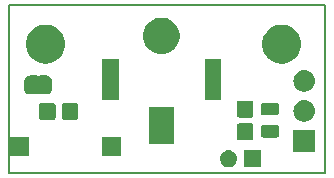
<source format=gbr>
G04 #@! TF.GenerationSoftware,KiCad,Pcbnew,5.1.0*
G04 #@! TF.CreationDate,2019-05-19T21:56:43+02:00*
G04 #@! TF.ProjectId,beeper,62656570-6572-42e6-9b69-6361645f7063,rev?*
G04 #@! TF.SameCoordinates,Original*
G04 #@! TF.FileFunction,Soldermask,Top*
G04 #@! TF.FilePolarity,Negative*
%FSLAX46Y46*%
G04 Gerber Fmt 4.6, Leading zero omitted, Abs format (unit mm)*
G04 Created by KiCad (PCBNEW 5.1.0) date 2019-05-19 21:56:43*
%MOMM*%
%LPD*%
G04 APERTURE LIST*
%ADD10C,0.150000*%
%ADD11C,0.100000*%
G04 APERTURE END LIST*
D10*
X136500000Y-108700000D02*
X136500000Y-94500000D01*
X163300000Y-108700000D02*
X136500000Y-108700000D01*
X163250000Y-94500000D02*
X163300000Y-108700000D01*
X136500000Y-94500000D02*
X163250000Y-94500000D01*
D11*
G36*
X157825800Y-108225800D02*
G01*
X156374200Y-108225800D01*
X156374200Y-106774200D01*
X157825800Y-106774200D01*
X157825800Y-108225800D01*
X157825800Y-108225800D01*
G37*
G36*
X155242283Y-106784702D02*
G01*
X155379095Y-106826204D01*
X155505183Y-106893599D01*
X155615701Y-106984299D01*
X155706401Y-107094817D01*
X155773796Y-107220905D01*
X155815298Y-107357717D01*
X155829311Y-107500000D01*
X155815298Y-107642283D01*
X155773796Y-107779095D01*
X155706401Y-107905183D01*
X155615701Y-108015701D01*
X155505183Y-108106401D01*
X155379095Y-108173796D01*
X155242283Y-108215298D01*
X155135650Y-108225800D01*
X155064350Y-108225800D01*
X154957717Y-108215298D01*
X154820905Y-108173796D01*
X154694817Y-108106401D01*
X154584299Y-108015701D01*
X154493599Y-107905183D01*
X154426204Y-107779095D01*
X154384702Y-107642283D01*
X154370689Y-107500000D01*
X154384702Y-107357717D01*
X154426204Y-107220905D01*
X154493599Y-107094817D01*
X154584299Y-106984299D01*
X154694817Y-106893599D01*
X154820905Y-106826204D01*
X154957717Y-106784702D01*
X155064350Y-106774200D01*
X155135650Y-106774200D01*
X155242283Y-106784702D01*
X155242283Y-106784702D01*
G37*
G36*
X138225800Y-107300800D02*
G01*
X136624200Y-107300800D01*
X136624200Y-105699200D01*
X138225800Y-105699200D01*
X138225800Y-107300800D01*
X138225800Y-107300800D01*
G37*
G36*
X146025800Y-107300800D02*
G01*
X144424200Y-107300800D01*
X144424200Y-105699200D01*
X146025800Y-105699200D01*
X146025800Y-107300800D01*
X146025800Y-107300800D01*
G37*
G36*
X162400800Y-106900800D02*
G01*
X160599200Y-106900800D01*
X160599200Y-105099200D01*
X162400800Y-105099200D01*
X162400800Y-106900800D01*
X162400800Y-106900800D01*
G37*
G36*
X150450800Y-106250800D02*
G01*
X148349200Y-106250800D01*
X148349200Y-103149200D01*
X150450800Y-103149200D01*
X150450800Y-106250800D01*
X150450800Y-106250800D01*
G37*
G36*
X157045642Y-104515994D02*
G01*
X157081664Y-104526921D01*
X157114860Y-104544665D01*
X157143956Y-104568544D01*
X157167835Y-104597640D01*
X157185579Y-104630836D01*
X157196506Y-104666858D01*
X157200800Y-104710456D01*
X157200800Y-105739544D01*
X157196506Y-105783142D01*
X157185579Y-105819164D01*
X157167835Y-105852360D01*
X157143956Y-105881456D01*
X157114860Y-105905335D01*
X157081664Y-105923079D01*
X157045642Y-105934006D01*
X157002044Y-105938300D01*
X155997956Y-105938300D01*
X155954358Y-105934006D01*
X155918336Y-105923079D01*
X155885140Y-105905335D01*
X155856044Y-105881456D01*
X155832165Y-105852360D01*
X155814421Y-105819164D01*
X155803494Y-105783142D01*
X155799200Y-105739544D01*
X155799200Y-104710456D01*
X155803494Y-104666858D01*
X155814421Y-104630836D01*
X155832165Y-104597640D01*
X155856044Y-104568544D01*
X155885140Y-104544665D01*
X155918336Y-104526921D01*
X155954358Y-104515994D01*
X155997956Y-104511700D01*
X157002044Y-104511700D01*
X157045642Y-104515994D01*
X157045642Y-104515994D01*
G37*
G36*
X159184348Y-104641264D02*
G01*
X159223000Y-104652989D01*
X159258623Y-104672030D01*
X159289846Y-104697654D01*
X159315470Y-104728877D01*
X159334511Y-104764500D01*
X159346236Y-104803152D01*
X159350800Y-104849491D01*
X159350800Y-105500509D01*
X159346236Y-105546848D01*
X159334511Y-105585500D01*
X159315470Y-105621123D01*
X159289846Y-105652346D01*
X159258623Y-105677970D01*
X159223000Y-105697011D01*
X159184348Y-105708736D01*
X159138009Y-105713300D01*
X158061991Y-105713300D01*
X158015652Y-105708736D01*
X157977000Y-105697011D01*
X157941377Y-105677970D01*
X157910154Y-105652346D01*
X157884530Y-105621123D01*
X157865489Y-105585500D01*
X157853764Y-105546848D01*
X157849200Y-105500509D01*
X157849200Y-104849491D01*
X157853764Y-104803152D01*
X157865489Y-104764500D01*
X157884530Y-104728877D01*
X157910154Y-104697654D01*
X157941377Y-104672030D01*
X157977000Y-104652989D01*
X158015652Y-104641264D01*
X158061991Y-104636700D01*
X159138009Y-104636700D01*
X159184348Y-104641264D01*
X159184348Y-104641264D01*
G37*
G36*
X161588362Y-102563545D02*
G01*
X161676588Y-102572234D01*
X161846389Y-102623743D01*
X161846392Y-102623744D01*
X162002878Y-102707388D01*
X162140044Y-102819956D01*
X162252612Y-102957122D01*
X162336256Y-103113608D01*
X162336257Y-103113611D01*
X162387766Y-103283412D01*
X162405158Y-103460000D01*
X162387766Y-103636588D01*
X162337294Y-103802970D01*
X162336256Y-103806392D01*
X162252612Y-103962878D01*
X162140044Y-104100044D01*
X162002878Y-104212612D01*
X161846392Y-104296256D01*
X161846389Y-104296257D01*
X161676588Y-104347766D01*
X161588362Y-104356455D01*
X161544250Y-104360800D01*
X161455750Y-104360800D01*
X161411638Y-104356455D01*
X161323412Y-104347766D01*
X161153611Y-104296257D01*
X161153608Y-104296256D01*
X160997122Y-104212612D01*
X160859956Y-104100044D01*
X160747388Y-103962878D01*
X160663744Y-103806392D01*
X160662706Y-103802970D01*
X160612234Y-103636588D01*
X160594842Y-103460000D01*
X160612234Y-103283412D01*
X160663743Y-103113611D01*
X160663744Y-103113608D01*
X160747388Y-102957122D01*
X160859956Y-102819956D01*
X160997122Y-102707388D01*
X161153608Y-102623744D01*
X161153611Y-102623743D01*
X161323412Y-102572234D01*
X161411638Y-102563545D01*
X161455750Y-102559200D01*
X161544250Y-102559200D01*
X161588362Y-102563545D01*
X161588362Y-102563545D01*
G37*
G36*
X140308142Y-102803494D02*
G01*
X140344164Y-102814421D01*
X140377360Y-102832165D01*
X140406456Y-102856044D01*
X140430335Y-102885140D01*
X140448079Y-102918336D01*
X140459006Y-102954358D01*
X140463300Y-102997956D01*
X140463300Y-104002044D01*
X140459006Y-104045642D01*
X140448079Y-104081664D01*
X140430335Y-104114860D01*
X140406456Y-104143956D01*
X140377360Y-104167835D01*
X140344164Y-104185579D01*
X140308142Y-104196506D01*
X140264544Y-104200800D01*
X139235456Y-104200800D01*
X139191858Y-104196506D01*
X139155836Y-104185579D01*
X139122640Y-104167835D01*
X139093544Y-104143956D01*
X139069665Y-104114860D01*
X139051921Y-104081664D01*
X139040994Y-104045642D01*
X139036700Y-104002044D01*
X139036700Y-102997956D01*
X139040994Y-102954358D01*
X139051921Y-102918336D01*
X139069665Y-102885140D01*
X139093544Y-102856044D01*
X139122640Y-102832165D01*
X139155836Y-102814421D01*
X139191858Y-102803494D01*
X139235456Y-102799200D01*
X140264544Y-102799200D01*
X140308142Y-102803494D01*
X140308142Y-102803494D01*
G37*
G36*
X142233142Y-102803494D02*
G01*
X142269164Y-102814421D01*
X142302360Y-102832165D01*
X142331456Y-102856044D01*
X142355335Y-102885140D01*
X142373079Y-102918336D01*
X142384006Y-102954358D01*
X142388300Y-102997956D01*
X142388300Y-104002044D01*
X142384006Y-104045642D01*
X142373079Y-104081664D01*
X142355335Y-104114860D01*
X142331456Y-104143956D01*
X142302360Y-104167835D01*
X142269164Y-104185579D01*
X142233142Y-104196506D01*
X142189544Y-104200800D01*
X141160456Y-104200800D01*
X141116858Y-104196506D01*
X141080836Y-104185579D01*
X141047640Y-104167835D01*
X141018544Y-104143956D01*
X140994665Y-104114860D01*
X140976921Y-104081664D01*
X140965994Y-104045642D01*
X140961700Y-104002044D01*
X140961700Y-102997956D01*
X140965994Y-102954358D01*
X140976921Y-102918336D01*
X140994665Y-102885140D01*
X141018544Y-102856044D01*
X141047640Y-102832165D01*
X141080836Y-102814421D01*
X141116858Y-102803494D01*
X141160456Y-102799200D01*
X142189544Y-102799200D01*
X142233142Y-102803494D01*
X142233142Y-102803494D01*
G37*
G36*
X157045642Y-102590994D02*
G01*
X157081664Y-102601921D01*
X157114860Y-102619665D01*
X157143956Y-102643544D01*
X157167835Y-102672640D01*
X157185579Y-102705836D01*
X157196506Y-102741858D01*
X157200800Y-102785456D01*
X157200800Y-103814544D01*
X157196506Y-103858142D01*
X157185579Y-103894164D01*
X157167835Y-103927360D01*
X157143956Y-103956456D01*
X157114860Y-103980335D01*
X157081664Y-103998079D01*
X157045642Y-104009006D01*
X157002044Y-104013300D01*
X155997956Y-104013300D01*
X155954358Y-104009006D01*
X155918336Y-103998079D01*
X155885140Y-103980335D01*
X155856044Y-103956456D01*
X155832165Y-103927360D01*
X155814421Y-103894164D01*
X155803494Y-103858142D01*
X155799200Y-103814544D01*
X155799200Y-102785456D01*
X155803494Y-102741858D01*
X155814421Y-102705836D01*
X155832165Y-102672640D01*
X155856044Y-102643544D01*
X155885140Y-102619665D01*
X155918336Y-102601921D01*
X155954358Y-102590994D01*
X155997956Y-102586700D01*
X157002044Y-102586700D01*
X157045642Y-102590994D01*
X157045642Y-102590994D01*
G37*
G36*
X159184348Y-102766264D02*
G01*
X159223000Y-102777989D01*
X159258623Y-102797030D01*
X159289846Y-102822654D01*
X159315470Y-102853877D01*
X159334511Y-102889500D01*
X159346236Y-102928152D01*
X159350800Y-102974491D01*
X159350800Y-103625509D01*
X159346236Y-103671848D01*
X159334511Y-103710500D01*
X159315470Y-103746123D01*
X159289846Y-103777346D01*
X159258623Y-103802970D01*
X159223000Y-103822011D01*
X159184348Y-103833736D01*
X159138009Y-103838300D01*
X158061991Y-103838300D01*
X158015652Y-103833736D01*
X157977000Y-103822011D01*
X157941377Y-103802970D01*
X157910154Y-103777346D01*
X157884530Y-103746123D01*
X157865489Y-103710500D01*
X157853764Y-103671848D01*
X157849200Y-103625509D01*
X157849200Y-102974491D01*
X157853764Y-102928152D01*
X157865489Y-102889500D01*
X157884530Y-102853877D01*
X157910154Y-102822654D01*
X157941377Y-102797030D01*
X157977000Y-102777989D01*
X158015652Y-102766264D01*
X158061991Y-102761700D01*
X159138009Y-102761700D01*
X159184348Y-102766264D01*
X159184348Y-102766264D01*
G37*
G36*
X154500800Y-102550800D02*
G01*
X153099200Y-102550800D01*
X153099200Y-99049200D01*
X154500800Y-99049200D01*
X154500800Y-102550800D01*
X154500800Y-102550800D01*
G37*
G36*
X145800800Y-102550800D02*
G01*
X144399200Y-102550800D01*
X144399200Y-99049200D01*
X145800800Y-99049200D01*
X145800800Y-102550800D01*
X145800800Y-102550800D01*
G37*
G36*
X138834956Y-100449934D02*
G01*
X138844536Y-100452840D01*
X138852824Y-100457270D01*
X138853360Y-100457557D01*
X138861095Y-100463905D01*
X138871054Y-100476040D01*
X138878374Y-100486996D01*
X138895701Y-100504323D01*
X138916076Y-100517937D01*
X138938715Y-100527315D01*
X138962748Y-100532095D01*
X138987252Y-100532095D01*
X139011285Y-100527315D01*
X139033924Y-100517937D01*
X139054298Y-100504324D01*
X139071625Y-100486997D01*
X139078946Y-100476041D01*
X139082556Y-100471642D01*
X139082557Y-100471640D01*
X139088905Y-100463905D01*
X139096640Y-100457557D01*
X139097176Y-100457270D01*
X139105464Y-100452840D01*
X139115044Y-100449934D01*
X139131138Y-100448349D01*
X139618862Y-100448349D01*
X139637200Y-100450155D01*
X139649451Y-100450757D01*
X139667871Y-100450757D01*
X139690109Y-100452947D01*
X139774191Y-100469672D01*
X139795588Y-100476163D01*
X139874789Y-100508968D01*
X139894495Y-100519502D01*
X139965785Y-100567136D01*
X139970554Y-100571050D01*
X139970557Y-100571052D01*
X139978292Y-100577400D01*
X139978296Y-100577404D01*
X139983059Y-100581313D01*
X140043687Y-100641941D01*
X140047596Y-100646704D01*
X140047600Y-100646708D01*
X140053948Y-100654443D01*
X140057864Y-100659215D01*
X140105498Y-100730505D01*
X140116032Y-100750211D01*
X140148837Y-100829412D01*
X140155328Y-100850809D01*
X140172053Y-100934891D01*
X140174243Y-100957129D01*
X140174243Y-100975549D01*
X140174845Y-100987800D01*
X140176651Y-101006138D01*
X140176651Y-101493862D01*
X140174845Y-101512200D01*
X140174243Y-101524451D01*
X140174243Y-101542871D01*
X140172053Y-101565109D01*
X140155328Y-101649191D01*
X140148837Y-101670588D01*
X140116032Y-101749789D01*
X140105498Y-101769495D01*
X140057864Y-101840785D01*
X140053950Y-101845554D01*
X140053948Y-101845557D01*
X140047600Y-101853292D01*
X140047596Y-101853296D01*
X140043687Y-101858059D01*
X139983059Y-101918687D01*
X139978296Y-101922596D01*
X139978292Y-101922600D01*
X139970557Y-101928948D01*
X139970554Y-101928950D01*
X139965785Y-101932864D01*
X139894495Y-101980498D01*
X139874789Y-101991032D01*
X139795588Y-102023837D01*
X139774191Y-102030328D01*
X139690109Y-102047053D01*
X139667871Y-102049243D01*
X139649451Y-102049243D01*
X139637200Y-102049845D01*
X139618862Y-102051651D01*
X139131138Y-102051651D01*
X139115044Y-102050066D01*
X139105464Y-102047160D01*
X139096642Y-102042444D01*
X139096640Y-102042443D01*
X139088905Y-102036095D01*
X139082557Y-102028360D01*
X139078946Y-102023960D01*
X139071626Y-102013004D01*
X139054299Y-101995677D01*
X139033924Y-101982063D01*
X139011285Y-101972685D01*
X138987252Y-101967905D01*
X138962748Y-101967905D01*
X138938715Y-101972685D01*
X138916076Y-101982063D01*
X138895702Y-101995676D01*
X138878375Y-102013003D01*
X138871054Y-102023959D01*
X138867444Y-102028358D01*
X138867443Y-102028360D01*
X138861095Y-102036095D01*
X138853360Y-102042443D01*
X138853358Y-102042444D01*
X138844536Y-102047160D01*
X138834956Y-102050066D01*
X138818862Y-102051651D01*
X138331138Y-102051651D01*
X138312800Y-102049845D01*
X138300549Y-102049243D01*
X138282129Y-102049243D01*
X138259891Y-102047053D01*
X138175809Y-102030328D01*
X138154412Y-102023837D01*
X138075211Y-101991032D01*
X138055505Y-101980498D01*
X137984215Y-101932864D01*
X137979446Y-101928950D01*
X137979443Y-101928948D01*
X137971708Y-101922600D01*
X137971704Y-101922596D01*
X137966941Y-101918687D01*
X137906313Y-101858059D01*
X137902404Y-101853296D01*
X137902400Y-101853292D01*
X137896052Y-101845557D01*
X137896050Y-101845554D01*
X137892136Y-101840785D01*
X137844502Y-101769495D01*
X137833968Y-101749789D01*
X137801163Y-101670588D01*
X137794672Y-101649191D01*
X137777947Y-101565109D01*
X137775757Y-101542871D01*
X137775757Y-101524451D01*
X137775155Y-101512200D01*
X137773349Y-101493862D01*
X137773349Y-101006138D01*
X137775155Y-100987800D01*
X137775757Y-100975549D01*
X137775757Y-100957129D01*
X137777947Y-100934891D01*
X137794672Y-100850809D01*
X137801163Y-100829412D01*
X137833968Y-100750211D01*
X137844502Y-100730505D01*
X137892136Y-100659215D01*
X137896052Y-100654443D01*
X137902400Y-100646708D01*
X137902404Y-100646704D01*
X137906313Y-100641941D01*
X137966941Y-100581313D01*
X137971704Y-100577404D01*
X137971708Y-100577400D01*
X137979443Y-100571052D01*
X137979446Y-100571050D01*
X137984215Y-100567136D01*
X138055505Y-100519502D01*
X138075211Y-100508968D01*
X138154412Y-100476163D01*
X138175809Y-100469672D01*
X138259891Y-100452947D01*
X138282129Y-100450757D01*
X138300549Y-100450757D01*
X138312800Y-100450155D01*
X138331138Y-100448349D01*
X138818862Y-100448349D01*
X138834956Y-100449934D01*
X138834956Y-100449934D01*
G37*
G36*
X161588362Y-100023545D02*
G01*
X161676588Y-100032234D01*
X161846389Y-100083743D01*
X161846392Y-100083744D01*
X162002878Y-100167388D01*
X162140044Y-100279956D01*
X162252612Y-100417122D01*
X162336256Y-100573608D01*
X162336257Y-100573611D01*
X162387766Y-100743412D01*
X162405158Y-100920000D01*
X162387766Y-101096588D01*
X162336257Y-101266389D01*
X162336256Y-101266392D01*
X162252612Y-101422878D01*
X162140044Y-101560044D01*
X162002878Y-101672612D01*
X161846392Y-101756256D01*
X161846389Y-101756257D01*
X161676588Y-101807766D01*
X161588362Y-101816455D01*
X161544250Y-101820800D01*
X161455750Y-101820800D01*
X161411638Y-101816455D01*
X161323412Y-101807766D01*
X161153611Y-101756257D01*
X161153608Y-101756256D01*
X160997122Y-101672612D01*
X160859956Y-101560044D01*
X160747388Y-101422878D01*
X160663744Y-101266392D01*
X160663743Y-101266389D01*
X160612234Y-101096588D01*
X160594842Y-100920000D01*
X160612234Y-100743412D01*
X160663743Y-100573611D01*
X160663744Y-100573608D01*
X160747388Y-100417122D01*
X160859956Y-100279956D01*
X160997122Y-100167388D01*
X161153608Y-100083744D01*
X161153611Y-100083743D01*
X161323412Y-100032234D01*
X161411638Y-100023545D01*
X161455750Y-100019200D01*
X161544250Y-100019200D01*
X161588362Y-100023545D01*
X161588362Y-100023545D01*
G37*
G36*
X159868900Y-96170346D02*
G01*
X160081521Y-96212639D01*
X160381947Y-96337080D01*
X160652324Y-96517740D01*
X160882260Y-96747676D01*
X161062920Y-97018053D01*
X161187361Y-97318479D01*
X161250800Y-97637410D01*
X161250800Y-97962590D01*
X161187361Y-98281521D01*
X161062920Y-98581947D01*
X160882260Y-98852324D01*
X160652324Y-99082260D01*
X160381947Y-99262920D01*
X160081521Y-99387361D01*
X159868900Y-99429654D01*
X159762591Y-99450800D01*
X159437409Y-99450800D01*
X159331100Y-99429654D01*
X159118479Y-99387361D01*
X158818053Y-99262920D01*
X158547676Y-99082260D01*
X158317740Y-98852324D01*
X158137080Y-98581947D01*
X158012639Y-98281521D01*
X157949200Y-97962590D01*
X157949200Y-97637410D01*
X158012639Y-97318479D01*
X158137080Y-97018053D01*
X158317740Y-96747676D01*
X158547676Y-96517740D01*
X158818053Y-96337080D01*
X159118479Y-96212639D01*
X159331100Y-96170346D01*
X159437409Y-96149200D01*
X159762591Y-96149200D01*
X159868900Y-96170346D01*
X159868900Y-96170346D01*
G37*
G36*
X139868900Y-96170346D02*
G01*
X140081521Y-96212639D01*
X140381947Y-96337080D01*
X140652324Y-96517740D01*
X140882260Y-96747676D01*
X141062920Y-97018053D01*
X141187361Y-97318479D01*
X141250800Y-97637410D01*
X141250800Y-97962590D01*
X141187361Y-98281521D01*
X141062920Y-98581947D01*
X140882260Y-98852324D01*
X140652324Y-99082260D01*
X140381947Y-99262920D01*
X140081521Y-99387361D01*
X139868900Y-99429654D01*
X139762591Y-99450800D01*
X139437409Y-99450800D01*
X139331100Y-99429654D01*
X139118479Y-99387361D01*
X138818053Y-99262920D01*
X138547676Y-99082260D01*
X138317740Y-98852324D01*
X138137080Y-98581947D01*
X138012639Y-98281521D01*
X137949200Y-97962590D01*
X137949200Y-97637410D01*
X138012639Y-97318479D01*
X138137080Y-97018053D01*
X138317740Y-96747676D01*
X138547676Y-96517740D01*
X138818053Y-96337080D01*
X139118479Y-96212639D01*
X139331100Y-96170346D01*
X139437409Y-96149200D01*
X139762591Y-96149200D01*
X139868900Y-96170346D01*
X139868900Y-96170346D01*
G37*
G36*
X149652611Y-95569065D02*
G01*
X149852352Y-95608796D01*
X150134579Y-95725699D01*
X150388578Y-95895415D01*
X150604585Y-96111422D01*
X150774301Y-96365421D01*
X150891204Y-96647648D01*
X150950800Y-96947259D01*
X150950800Y-97252741D01*
X150891204Y-97552352D01*
X150774301Y-97834579D01*
X150604585Y-98088578D01*
X150388578Y-98304585D01*
X150134579Y-98474301D01*
X149852352Y-98591204D01*
X149652611Y-98630935D01*
X149552742Y-98650800D01*
X149247258Y-98650800D01*
X149147389Y-98630935D01*
X148947648Y-98591204D01*
X148665421Y-98474301D01*
X148411422Y-98304585D01*
X148195415Y-98088578D01*
X148025699Y-97834579D01*
X147908796Y-97552352D01*
X147849200Y-97252741D01*
X147849200Y-96947259D01*
X147908796Y-96647648D01*
X148025699Y-96365421D01*
X148195415Y-96111422D01*
X148411422Y-95895415D01*
X148665421Y-95725699D01*
X148947648Y-95608796D01*
X149147389Y-95569065D01*
X149247258Y-95549200D01*
X149552742Y-95549200D01*
X149652611Y-95569065D01*
X149652611Y-95569065D01*
G37*
M02*

</source>
